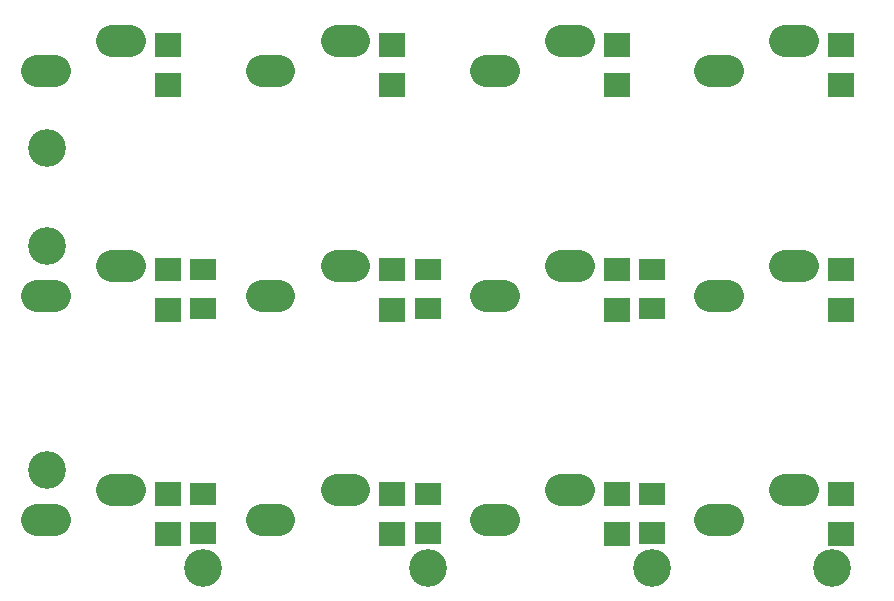
<source format=gbs>
G04 Layer: BottomSolderMaskLayer*
G04 EasyEDA v6.2.46, 2019-11-23T13:25:43+01:00*
G04 d8a7f896a94247d8beab61903426e2c7,093294e231294aec929f11af430ff8d8,10*
G04 Gerber Generator version 0.2*
G04 Scale: 100 percent, Rotated: No, Reflected: No *
G04 Dimensions in millimeters *
G04 leading zeros omitted , absolute positions ,3 integer and 3 decimal *
%FSLAX33Y33*%
%MOMM*%
G90*
G71D02*

%ADD18C,2.703195*%
%ADD19C,3.203194*%

%LPD*%
G54D18*
G01X20941Y44041D02*
G01X22441Y44041D01*
G01X27291Y46581D02*
G01X28791Y46581D01*
G01X39940Y44041D02*
G01X41440Y44041D01*
G01X46290Y46581D02*
G01X47790Y46581D01*
G01X58939Y44041D02*
G01X60440Y44041D01*
G01X65289Y46581D02*
G01X66790Y46581D01*
G01X20941Y25039D02*
G01X22441Y25039D01*
G01X27291Y27579D02*
G01X28791Y27579D01*
G01X39940Y25039D02*
G01X41440Y25039D01*
G01X46290Y27579D02*
G01X47790Y27579D01*
G01X58939Y25039D02*
G01X60440Y25039D01*
G01X65289Y27579D02*
G01X66790Y27579D01*
G01X20941Y6040D02*
G01X22441Y6040D01*
G01X27291Y8580D02*
G01X28791Y8580D01*
G01X39940Y6040D02*
G01X41440Y6040D01*
G01X46290Y8580D02*
G01X47790Y8580D01*
G01X58939Y6040D02*
G01X60440Y6040D01*
G01X65289Y8580D02*
G01X66790Y8580D01*
G01X1939Y44041D02*
G01X3439Y44041D01*
G01X8289Y46581D02*
G01X9789Y46581D01*
G01X1939Y25039D02*
G01X3439Y25039D01*
G01X8289Y27579D02*
G01X9789Y27579D01*
G01X1939Y6040D02*
G01X3439Y6040D01*
G01X8289Y8580D02*
G01X9789Y8580D01*
G54D19*
G01X2750Y29250D03*
G01X2750Y10250D03*
G01X2750Y37500D03*
G01X16000Y2000D03*
G01X35000Y2000D03*
G01X54000Y2000D03*
G01X69250Y2000D03*
G36*
G01X14899Y23047D02*
G01X14899Y24848D01*
G01X17101Y24848D01*
G01X17101Y23047D01*
G01X14899Y23047D01*
G37*
G36*
G01X14899Y26349D02*
G01X14899Y28150D01*
G01X17101Y28150D01*
G01X17101Y26349D01*
G01X14899Y26349D01*
G37*
G36*
G01X33898Y23047D02*
G01X33898Y24848D01*
G01X36103Y24848D01*
G01X36103Y23047D01*
G01X33898Y23047D01*
G37*
G36*
G01X33898Y26349D02*
G01X33898Y28150D01*
G01X36103Y28150D01*
G01X36103Y26349D01*
G01X33898Y26349D01*
G37*
G36*
G01X52898Y23047D02*
G01X52898Y24848D01*
G01X55102Y24848D01*
G01X55102Y23047D01*
G01X52898Y23047D01*
G37*
G36*
G01X52898Y26349D02*
G01X52898Y28150D01*
G01X55102Y28150D01*
G01X55102Y26349D01*
G01X52898Y26349D01*
G37*
G36*
G01X14899Y4046D02*
G01X14899Y5849D01*
G01X17101Y5849D01*
G01X17101Y4046D01*
G01X14899Y4046D01*
G37*
G36*
G01X14899Y7348D02*
G01X14899Y9151D01*
G01X17101Y9151D01*
G01X17101Y7348D01*
G01X14899Y7348D01*
G37*
G36*
G01X33898Y4046D02*
G01X33898Y5849D01*
G01X36103Y5849D01*
G01X36103Y4046D01*
G01X33898Y4046D01*
G37*
G36*
G01X33898Y7348D02*
G01X33898Y9151D01*
G01X36103Y9151D01*
G01X36103Y7348D01*
G01X33898Y7348D01*
G37*
G36*
G01X52898Y4046D02*
G01X52898Y5849D01*
G01X55102Y5849D01*
G01X55102Y4046D01*
G01X52898Y4046D01*
G37*
G36*
G01X52898Y7348D02*
G01X52898Y9151D01*
G01X55102Y9151D01*
G01X55102Y7348D01*
G01X52898Y7348D01*
G37*
G36*
G01X68900Y3848D02*
G01X68900Y5852D01*
G01X71102Y5852D01*
G01X71102Y3848D01*
G01X68900Y3848D01*
G37*
G36*
G01X68900Y7249D02*
G01X68900Y9253D01*
G01X71102Y9253D01*
G01X71102Y7249D01*
G01X68900Y7249D01*
G37*
G36*
G01X49898Y3848D02*
G01X49898Y5852D01*
G01X52103Y5852D01*
G01X52103Y3848D01*
G01X49898Y3848D01*
G37*
G36*
G01X49898Y7249D02*
G01X49898Y9253D01*
G01X52103Y9253D01*
G01X52103Y7249D01*
G01X49898Y7249D01*
G37*
G36*
G01X30899Y3848D02*
G01X30899Y5852D01*
G01X33101Y5852D01*
G01X33101Y3848D01*
G01X30899Y3848D01*
G37*
G36*
G01X30899Y7249D02*
G01X30899Y9253D01*
G01X33101Y9253D01*
G01X33101Y7249D01*
G01X30899Y7249D01*
G37*
G36*
G01X11899Y3848D02*
G01X11899Y5852D01*
G01X14102Y5852D01*
G01X14102Y3848D01*
G01X11899Y3848D01*
G37*
G36*
G01X11899Y7249D02*
G01X11899Y9253D01*
G01X14102Y9253D01*
G01X14102Y7249D01*
G01X11899Y7249D01*
G37*
G36*
G01X68900Y22849D02*
G01X68900Y24851D01*
G01X71102Y24851D01*
G01X71102Y22849D01*
G01X68900Y22849D01*
G37*
G36*
G01X68900Y26248D02*
G01X68900Y28252D01*
G01X71102Y28252D01*
G01X71102Y26248D01*
G01X68900Y26248D01*
G37*
G36*
G01X49898Y22849D02*
G01X49898Y24851D01*
G01X52103Y24851D01*
G01X52103Y22849D01*
G01X49898Y22849D01*
G37*
G36*
G01X49898Y26248D02*
G01X49898Y28252D01*
G01X52103Y28252D01*
G01X52103Y26248D01*
G01X49898Y26248D01*
G37*
G36*
G01X30899Y22849D02*
G01X30899Y24851D01*
G01X33101Y24851D01*
G01X33101Y22849D01*
G01X30899Y22849D01*
G37*
G36*
G01X30899Y26248D02*
G01X30899Y28252D01*
G01X33101Y28252D01*
G01X33101Y26248D01*
G01X30899Y26248D01*
G37*
G36*
G01X11899Y22849D02*
G01X11899Y24851D01*
G01X14102Y24851D01*
G01X14102Y22849D01*
G01X11899Y22849D01*
G37*
G36*
G01X11899Y26248D02*
G01X11899Y28252D01*
G01X14102Y28252D01*
G01X14102Y26248D01*
G01X11899Y26248D01*
G37*
G36*
G01X68900Y41849D02*
G01X68900Y43853D01*
G01X71102Y43853D01*
G01X71102Y41849D01*
G01X68900Y41849D01*
G37*
G36*
G01X68900Y45247D02*
G01X68900Y47251D01*
G01X71102Y47251D01*
G01X71102Y45247D01*
G01X68900Y45247D01*
G37*
G36*
G01X49898Y41849D02*
G01X49898Y43853D01*
G01X52103Y43853D01*
G01X52103Y41849D01*
G01X49898Y41849D01*
G37*
G36*
G01X49898Y45247D02*
G01X49898Y47251D01*
G01X52103Y47251D01*
G01X52103Y45247D01*
G01X49898Y45247D01*
G37*
G36*
G01X30899Y41849D02*
G01X30899Y43853D01*
G01X33101Y43853D01*
G01X33101Y41849D01*
G01X30899Y41849D01*
G37*
G36*
G01X30899Y45247D02*
G01X30899Y47251D01*
G01X33101Y47251D01*
G01X33101Y45247D01*
G01X30899Y45247D01*
G37*
G36*
G01X11899Y41849D02*
G01X11899Y43853D01*
G01X14102Y43853D01*
G01X14102Y41849D01*
G01X11899Y41849D01*
G37*
G36*
G01X11899Y45247D02*
G01X11899Y47251D01*
G01X14102Y47251D01*
G01X14102Y45247D01*
G01X11899Y45247D01*
G37*
M00*
M02*

</source>
